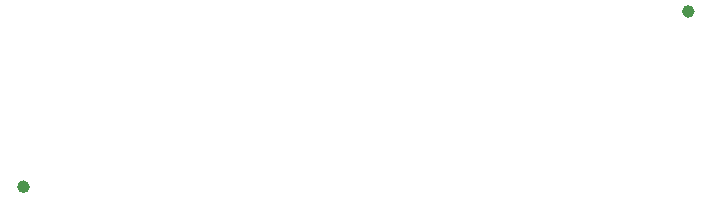
<source format=gbr>
G04 #@! TF.FileFunction,Glue,Top*
%FSLAX46Y46*%
G04 Gerber Fmt 4.6, Leading zero omitted, Abs format (unit mm)*
G04 Created by KiCad (PCBNEW 4.0.6) date 05/22/17 18:05:56*
%MOMM*%
%LPD*%
G01*
G04 APERTURE LIST*
%ADD10C,0.100000*%
%ADD11C,0.166667*%
%ADD12C,0.233333*%
G04 APERTURE END LIST*
D10*
X57640550Y-100718450D02*
G75*
G03X57640550Y-100718450I-500000J0D01*
G01*
D11*
X57557217Y-100718450D02*
G75*
G03X57557217Y-100718450I-416667J0D01*
G01*
X57407217Y-100718450D02*
G75*
G03X57407217Y-100718450I-266667J0D01*
G01*
D12*
X57257217Y-100718450D02*
G75*
G03X57257217Y-100718450I-116667J0D01*
G01*
D10*
X113930900Y-85875100D02*
G75*
G03X113930900Y-85875100I-500000J0D01*
G01*
D11*
X113847567Y-85875100D02*
G75*
G03X113847567Y-85875100I-416667J0D01*
G01*
X113697567Y-85875100D02*
G75*
G03X113697567Y-85875100I-266667J0D01*
G01*
D12*
X113547567Y-85875100D02*
G75*
G03X113547567Y-85875100I-116667J0D01*
G01*
M02*

</source>
